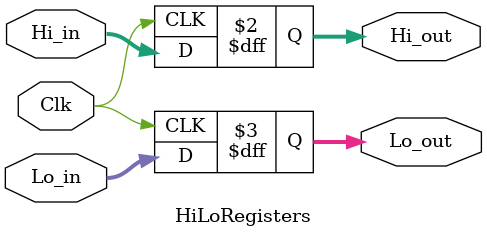
<source format=v>
`timescale 1ns / 1ps


module HiLoRegisters(Clk, Hi_in, Hi_out, Lo_in, Lo_out);

    input Clk;
    input[31:0] Hi_in, Lo_in;
    output reg [31:0] Hi_out, Lo_out;
    
    always @(posedge Clk)
    begin
        Hi_out <= Hi_in;
        Lo_out <= Lo_in;
    end
endmodule

</source>
